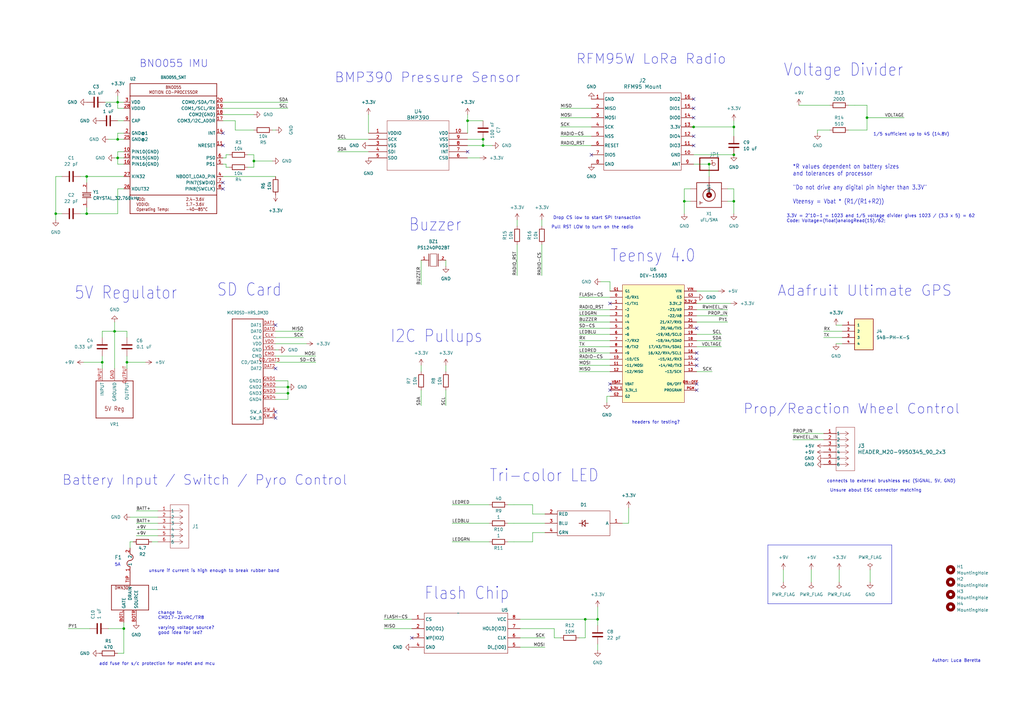
<source format=kicad_sch>
(kicad_sch (version 20230121) (generator eeschema)
  (paper "A3")
  (junction (at 290.83 67.31))
  (junction (at 48.26 64.77))
  (junction (at 46.99 135.89))
  (junction (at 22.86 87.63))
  (junction (at 300.99 63.5))
  (junction (at 48.26 57.15))
  (junction (at 50.8 257.81))
  (junction (at 245.11 254))
  (junction (at 240.03 254))
  (junction (at 191.77 49.53))
  (junction (at 118.11 161.29))
  (junction (at 104.14 66.04))
  (junction (at 300.99 82.55))
  (junction (at 198.12 57.15))
  (junction (at 280.67 82.55))
  (junction (at 198.12 59.69))
  (junction (at 355.6 48.26))
  (junction (at 35.56 87.63))
  (junction (at 118.11 158.75))
  (junction (at 52.07 148.59))
  (junction (at 48.26 41.91))
  (junction (at 35.56 72.39))
  (junction (at 284.48 52.07))
  (junction (at 41.91 148.59))
  (junction (at 300.99 52.07))
  (no_connect (at 250.19 157.48))
  (no_connect (at 285.75 147.32))
  (no_connect (at 284.48 40.64))
  (no_connect (at 91.44 74.93))
  (no_connect (at 191.77 62.23))
  (no_connect (at 285.75 134.62))
  (no_connect (at 91.44 77.47))
  (no_connect (at 113.03 133.35))
  (no_connect (at 284.48 55.88))
  (no_connect (at 91.44 54.61))
  (no_connect (at 285.75 149.86))
  (no_connect (at 168.91 261.62))
  (no_connect (at 284.48 59.69))
  (no_connect (at 113.03 171.45))
  (no_connect (at 91.44 59.69))
  (no_connect (at 449.58 92.71))
  (no_connect (at 285.75 157.48))
  (no_connect (at 284.48 44.45))
  (no_connect (at 284.48 48.26))
  (no_connect (at 113.03 168.91))
  (no_connect (at 285.75 144.78))
  (no_connect (at 113.03 151.13))
  (no_connect (at 250.19 160.02))
  (no_connect (at 285.75 160.02))
  (no_connect (at 250.19 124.46))
  (no_connect (at 242.57 63.5))
  (wire (pts (xy 52.07 148.59) (xy 52.07 151.13)))
  (wire (pts (xy 52.07 135.89) (xy 46.99 135.89)))
  (wire (pts (xy 48.26 64.77) (xy 50.8 64.77)))
  (wire (pts (xy 55.88 209.55) (xy 64.77 209.55)))
  (wire (pts (xy 35.56 85.09) (xy 35.56 87.63)))
  (wire (pts (xy 113.03 161.29) (xy 118.11 161.29)))
  (wire (pts (xy 35.56 85.09) (xy 35.56 87.63)) (stroke (width 0.1524)))
  (wire (pts (xy 208.28 207.01) (xy 210.82 207.01)))
  (wire (pts (xy 298.45 77.47) (xy 300.99 77.47)) (stroke (width 0.1524)))
  (wire (pts (xy 229.87 55.88) (xy 242.57 55.88)))
  (wire (pts (xy 237.49 127) (xy 250.19 127)))
  (wire (pts (xy 218.44 210.82) (xy 223.52 210.82)) (stroke (width 0.1524)))
  (wire (pts (xy 350.52 43.18) (xy 355.6 43.18)) (stroke (width 0.1524)))
  (wire (pts (xy 172.72 166.37) (xy 172.72 162.56)) (stroke (width 0.1524)))
  (wire (pts (xy 25.4 87.63) (xy 22.86 87.63)) (stroke (width 0.1524)))
  (wire (pts (xy 335.28 53.34) (xy 335.28 54.61)) (stroke (width 0.1524)))
  (wire (pts (xy 182.88 106.68) (xy 182.88 109.22)) (stroke (width 0.1524)))
  (wire (pts (xy 129.54 148.59) (xy 113.03 148.59)))
  (wire (pts (xy 298.45 82.55) (xy 300.99 82.55)) (stroke (width 0.1524)))
  (wire (pts (xy 229.87 59.69) (xy 242.57 59.69)))
  (wire (pts (xy 92.71 68.58) (xy 93.98 68.58)))
  (wire (pts (xy 64.77 222.25) (xy 62.23 222.25)))
  (wire (pts (xy 280.67 82.55) (xy 280.67 87.63)) (stroke (width 0.1524)))
  (wire (pts (xy 248.92 162.56) (xy 250.19 162.56)))
  (wire (pts (xy 356.87 233.68) (xy 356.87 238.76)))
  (wire (pts (xy 52.07 146.05) (xy 52.07 148.59)))
  (wire (pts (xy 111.76 53.34) (xy 113.03 53.34)))
  (wire (pts (xy 295.91 139.7) (xy 285.75 139.7)))
  (wire (pts (xy 124.46 135.89) (xy 113.03 135.89)))
  (wire (pts (xy 218.44 207.01) (xy 218.44 210.82)) (stroke (width 0.1524)))
  (wire (pts (xy 212.09 113.03) (xy 212.09 100.33)))
  (wire (pts (xy 185.42 214.63) (xy 200.66 214.63)) (stroke (width 0.1524)))
  (wire (pts (xy 96.52 53.34) (xy 96.52 49.53)))
  (wire (pts (xy 118.11 163.83) (xy 113.03 163.83)))
  (wire (pts (xy 300.99 77.47) (xy 300.99 82.55)) (stroke (width 0.1524)))
  (wire (pts (xy 92.71 64.77) (xy 91.44 64.77)))
  (wire (pts (xy 172.72 160.02) (xy 172.72 162.56)))
  (wire (pts (xy 53.34 212.09) (xy 64.77 212.09)))
  (polyline (pts (xy 314.96 223.52) (xy 365.76 223.52)))
  (wire (pts (xy 213.36 257.81) (xy 227.33 257.81)))
  (wire (pts (xy 237.49 132.08) (xy 250.19 132.08)))
  (wire (pts (xy 92.71 63.5) (xy 92.71 64.77)))
  (wire (pts (xy 22.86 72.39) (xy 25.4 72.39)))
  (wire (pts (xy 298.45 132.08) (xy 285.75 132.08)))
  (wire (pts (xy 41.91 135.89) (xy 46.99 135.89)))
  (wire (pts (xy 342.9 133.35) (xy 345.44 133.35)))
  (wire (pts (xy 208.28 222.25) (xy 210.82 222.25)))
  (wire (pts (xy 237.49 134.62) (xy 250.19 134.62)))
  (polyline (pts (xy 365.76 223.52) (xy 365.76 247.65)))
  (wire (pts (xy 55.88 217.17) (xy 64.77 217.17)))
  (wire (pts (xy 299.72 124.46) (xy 285.75 124.46)))
  (wire (pts (xy 55.88 219.71) (xy 64.77 219.71)))
  (wire (pts (xy 325.12 177.8) (xy 337.82 177.8)))
  (wire (pts (xy 113.03 156.21) (xy 118.11 156.21)))
  (wire (pts (xy 355.6 43.18) (xy 355.6 48.26)) (stroke (width 0.1524)))
  (wire (pts (xy 229.87 52.07) (xy 242.57 52.07)))
  (wire (pts (xy 342.9 140.97) (xy 345.44 140.97)))
  (wire (pts (xy 33.02 72.39) (xy 35.56 72.39)))
  (wire (pts (xy 218.44 218.44) (xy 223.52 218.44)) (stroke (width 0.1524)))
  (wire (pts (xy 35.56 87.63) (xy 48.26 87.63)))
  (wire (pts (xy 237.49 149.86) (xy 250.19 149.86)))
  (wire (pts (xy 284.48 52.07) (xy 300.99 52.07)))
  (wire (pts (xy 185.42 222.25) (xy 200.66 222.25)) (stroke (width 0.1524)))
  (wire (pts (xy 34.29 148.59) (xy 41.91 148.59)))
  (wire (pts (xy 223.52 261.62) (xy 213.36 261.62)))
  (wire (pts (xy 182.88 152.4) (xy 182.88 149.86)) (stroke (width 0.1524)))
  (wire (pts (xy 46.99 64.77) (xy 48.26 64.77)))
  (wire (pts (xy 118.11 158.75) (xy 118.11 161.29)))
  (wire (pts (xy 48.26 54.61) (xy 48.26 57.15)))
  (wire (pts (xy 191.77 59.69) (xy 198.12 59.69)))
  (wire (pts (xy 157.48 257.81) (xy 168.91 257.81)))
  (wire (pts (xy 48.26 41.91) (xy 48.26 44.45)) (stroke (width 0.1524)))
  (wire (pts (xy 337.82 135.89) (xy 345.44 135.89)))
  (wire (pts (xy 22.86 72.39) (xy 22.86 87.63)) (stroke (width 0.1524)))
  (wire (pts (xy 92.71 67.31) (xy 91.44 67.31)))
  (wire (pts (xy 300.99 49.53) (xy 300.99 52.07)))
  (wire (pts (xy 35.56 72.39) (xy 50.8 72.39)))
  (wire (pts (xy 55.88 214.63) (xy 64.77 214.63)))
  (wire (pts (xy 124.46 138.43) (xy 113.03 138.43)))
  (wire (pts (xy 283.21 52.07) (xy 284.48 52.07)))
  (wire (pts (xy 212.09 90.17) (xy 212.09 92.71)))
  (wire (pts (xy 53.34 222.25) (xy 53.34 224.79)))
  (wire (pts (xy 237.49 129.54) (xy 250.19 129.54)))
  (wire (pts (xy 48.26 39.37) (xy 48.26 41.91)) (stroke (width 0.1524)))
  (wire (pts (xy 246.38 115.57) (xy 250.19 115.57)))
  (wire (pts (xy 245.11 248.92) (xy 245.11 254)))
  (wire (pts (xy 237.49 137.16) (xy 250.19 137.16)))
  (wire (pts (xy 50.8 54.61) (xy 48.26 54.61)))
  (wire (pts (xy 46.99 135.89) (xy 46.99 151.13)))
  (wire (pts (xy 48.26 49.53) (xy 50.8 49.53)))
  (wire (pts (xy 237.49 139.7) (xy 250.19 139.7)))
  (wire (pts (xy 240.03 254) (xy 245.11 254)) (stroke (width 0.1524)))
  (wire (pts (xy 50.8 257.81) (xy 50.8 267.97)))
  (wire (pts (xy 50.8 67.31) (xy 48.26 67.31)))
  (wire (pts (xy 191.77 49.53) (xy 198.12 49.53)))
  (wire (pts (xy 227.33 261.62) (xy 227.33 257.81)))
  (wire (pts (xy 237.49 144.78) (xy 250.19 144.78)))
  (wire (pts (xy 210.82 214.63) (xy 223.52 214.63)) (stroke (width 0.1524)))
  (wire (pts (xy 104.14 46.99) (xy 91.44 46.99)))
  (wire (pts (xy 104.14 63.5) (xy 104.14 66.04)))
  (wire (pts (xy 48.26 57.15) (xy 50.8 57.15)))
  (wire (pts (xy 118.11 161.29) (xy 118.11 163.83)))
  (polyline (pts (xy 314.96 247.65) (xy 314.96 223.52)))
  (wire (pts (xy 325.12 180.34) (xy 337.82 180.34)))
  (wire (pts (xy 240.03 261.62) (xy 240.03 254)) (stroke (width 0.1524)))
  (wire (pts (xy 118.11 156.21) (xy 118.11 158.75)))
  (wire (pts (xy 113.03 158.75) (xy 118.11 158.75)))
  (wire (pts (xy 347.98 53.34) (xy 355.6 53.34)))
  (wire (pts (xy 300.99 52.07) (xy 300.99 55.88)))
  (wire (pts (xy 237.49 147.32) (xy 250.19 147.32)))
  (wire (pts (xy 337.82 138.43) (xy 345.44 138.43)))
  (wire (pts (xy 294.64 119.38) (xy 285.75 119.38)))
  (wire (pts (xy 118.11 41.91) (xy 91.44 41.91)))
  (wire (pts (xy 210.82 207.01) (xy 218.44 207.01)) (stroke (width 0.1524)))
  (wire (pts (xy 50.8 44.45) (xy 48.26 44.45)) (stroke (width 0.1524)))
  (wire (pts (xy 208.28 214.63) (xy 210.82 214.63)))
  (wire (pts (xy 35.56 74.93) (xy 35.56 72.39)) (stroke (width 0.1524)))
  (wire (pts (xy 52.07 148.59) (xy 59.69 148.59)))
  (wire (pts (xy 198.12 59.69) (xy 198.12 57.15)))
  (wire (pts (xy 198.12 57.15) (xy 191.77 57.15)))
  (wire (pts (xy 210.82 222.25) (xy 218.44 222.25)) (stroke (width 0.1524)))
  (wire (pts (xy 227.33 261.62) (xy 229.87 261.62)))
  (wire (pts (xy 237.49 121.92) (xy 250.19 121.92)))
  (wire (pts (xy 43.18 41.91) (xy 48.26 41.91)) (stroke (width 0.1524)))
  (wire (pts (xy 344.17 233.68) (xy 344.17 238.76)))
  (wire (pts (xy 104.14 66.04) (xy 104.14 68.58)))
  (wire (pts (xy 201.93 59.69) (xy 198.12 59.69)))
  (wire (pts (xy 298.45 129.54) (xy 285.75 129.54)))
  (wire (pts (xy 125.73 140.97) (xy 113.03 140.97)))
  (wire (pts (xy 185.42 207.01) (xy 200.66 207.01)) (stroke (width 0.1524)))
  (wire (pts (xy 157.48 254) (xy 168.91 254)))
  (wire (pts (xy 292.1 152.4) (xy 285.75 152.4)))
  (wire (pts (xy 54.61 222.25) (xy 53.34 222.25)))
  (wire (pts (xy 237.49 152.4) (xy 250.19 152.4)))
  (wire (pts (xy 33.02 87.63) (xy 35.56 87.63)) (stroke (width 0.1524)))
  (wire (pts (xy 223.52 265.43) (xy 213.36 265.43)))
  (wire (pts (xy 191.77 49.53) (xy 191.77 54.61)))
  (wire (pts (xy 321.31 238.76) (xy 321.31 233.68)))
  (wire (pts (xy 22.86 87.63) (xy 22.86 90.17)) (stroke (width 0.1524)))
  (wire (pts (xy 48.26 64.77) (xy 48.26 67.31)))
  (wire (pts (xy 222.25 113.03) (xy 222.25 100.33)))
  (wire (pts (xy 283.21 82.55) (xy 280.67 82.55)) (stroke (width 0.1524)))
  (wire (pts (xy 48.26 62.23) (xy 48.26 64.77)))
  (wire (pts (xy 298.45 127) (xy 285.75 127)))
  (wire (pts (xy 355.6 48.26) (xy 355.6 53.34)) (stroke (width 0.1524)))
  (wire (pts (xy 104.14 53.34) (xy 96.52 53.34)))
  (wire (pts (xy 283.21 77.47) (xy 280.67 77.47)) (stroke (width 0.1524)))
  (wire (pts (xy 138.43 62.23) (xy 151.13 62.23)))
  (wire (pts (xy 340.36 53.34) (xy 335.28 53.34)) (stroke (width 0.1524)))
  (wire (pts (xy 327.66 43.18) (xy 340.36 43.18)) (stroke (width 0.1524)))
  (wire (pts (xy 44.45 257.81) (xy 50.8 257.81)))
  (wire (pts (xy 355.6 48.26) (xy 370.84 48.26)) (stroke (width 0.1524)))
  (wire (pts (xy 172.72 152.4) (xy 172.72 149.86)) (stroke (width 0.1524)))
  (wire (pts (xy 41.91 146.05) (xy 41.91 148.59)))
  (wire (pts (xy 222.25 90.17) (xy 222.25 92.71)))
  (wire (pts (xy 44.45 57.15) (xy 48.26 57.15)))
  (wire (pts (xy 300.99 63.5) (xy 284.48 63.5)))
  (wire (pts (xy 92.71 68.58) (xy 92.71 67.31)))
  (wire (pts (xy 172.72 106.68) (xy 172.72 116.84)) (stroke (width 0.1524)))
  (wire (pts (xy 300.99 82.55) (xy 300.99 87.63)) (stroke (width 0.1524)))
  (wire (pts (xy 41.91 148.59) (xy 41.91 151.13)))
  (wire (pts (xy 248.92 165.1) (xy 248.92 162.56)))
  (wire (pts (xy 151.13 46.99) (xy 151.13 54.61)))
  (wire (pts (xy 196.85 64.77) (xy 191.77 64.77)))
  (wire (pts (xy 27.94 257.81) (xy 36.83 257.81)))
  (wire (pts (xy 237.49 261.62) (xy 240.03 261.62)) (stroke (width 0.1524)))
  (wire (pts (xy 284.48 67.31) (xy 290.83 67.31)))
  (wire (pts (xy 104.14 66.04) (xy 111.76 66.04)))
  (wire (pts (xy 96.52 49.53) (xy 91.44 49.53)))
  (wire (pts (xy 46.99 132.08) (xy 46.99 135.89)))
  (wire (pts (xy 104.14 68.58) (xy 101.6 68.58)))
  (wire (pts (xy 50.8 255.27) (xy 50.8 257.81)))
  (wire (pts (xy 213.36 254) (xy 240.03 254)) (stroke (width 0.1524)))
  (wire (pts (xy 101.6 63.5) (xy 104.14 63.5)))
  (wire (pts (xy 245.11 266.7) (xy 245.11 264.16)))
  (wire (pts (xy 50.8 267.97) (xy 48.26 267.97)))
  (wire (pts (xy 48.26 77.47) (xy 48.26 87.63)) (stroke (width 0.1524)))
  (wire (pts (xy 245.11 254) (xy 245.11 256.54)) (stroke (width 0.1524)))
  (wire (pts (xy 229.87 48.26) (xy 242.57 48.26)))
  (wire (pts (xy 332.74 238.76) (xy 332.74 233.68)))
  (wire (pts (xy 257.81 208.28) (xy 257.81 214.63)))
  (wire (pts (xy 295.91 137.16) (xy 285.75 137.16)))
  (wire (pts (xy 48.26 77.47) (xy 50.8 77.47)) (stroke (width 0.1524)))
  (wire (pts (xy 295.91 142.24) (xy 285.75 142.24)))
  (wire (pts (xy 93.98 63.5) (xy 92.71 63.5)))
  (wire (pts (xy 52.07 138.43) (xy 52.07 135.89)))
  (wire (pts (xy 347.98 43.18) (xy 350.52 43.18)))
  (wire (pts (xy 290.83 67.31) (xy 290.83 72.39)))
  (wire (pts (xy 41.91 138.43) (xy 41.91 135.89)))
  (polyline (pts (xy 314.96 247.65) (xy 365.76 247.65)))
  (wire (pts (xy 257.81 214.63) (xy 255.27 214.63)))
  (wire (pts (xy 191.77 46.99) (xy 191.77 49.53)))
  (wire (pts (xy 114.3 143.51) (xy 113.03 143.51)))
  (wire (pts (xy 50.8 62.23) (xy 48.26 62.23)))
  (wire (pts (xy 237.49 142.24) (xy 250.19 142.24)))
  (wire (pts (xy 229.87 44.45) (xy 242.57 44.45)))
  (wire (pts (xy 280.67 77.47) (xy 280.67 82.55)) (stroke (width 0.1524)))
  (wire (pts (xy 218.44 222.25) (xy 218.44 218.44)) (stroke (width 0.1524)))
  (wire (pts (xy 138.43 57.15) (xy 151.13 57.15)))
  (wire (pts (xy 118.11 44.45) (xy 91.44 44.45)))
  (wire (pts (xy 182.88 160.02) (xy 182.88 166.37)))
  (wire (pts (xy 250.19 115.57) (xy 250.19 119.38)))
  (wire (pts (xy 91.44 72.39) (xy 113.03 72.39)))
  (wire (pts (xy 50.8 41.91) (xy 48.26 41.91)) (stroke (width 0.1524)))
  (wire (pts (xy 129.54 146.05) (xy 113.03 146.05)))
  (text "1/5 sufficient up to 4S (14.8V)" (at 358.14 55.88 0) (effects (font (size 1.27 1.27)) (justify left bottom)))
  (text "5A" (at 46.99 232.41 0) (effects (font (size 1.27 1.27)) (justify left bottom)))
  (text "headers for testing?" (at 259.08 173.99 0) (effects (font (size 1.27 1.27)) (justify left bottom)))
  (text "*R values dependent on battery sizes \nand tolerances of processor\n\n\"Do not drive any digital pin higher than 3.3V\"\n\nVteensy = Vbat * (R1/(R1+R2))" (at 325.12 83.82 0) (effects (font (size 1.778 1.5113)) (justify left bottom)))
  (text "Flash Chip" (at 173.99 246.38 0) (effects (font (size 5.08 4.318)) (justify left bottom)))
  (text "BMP390 Pressure Sensor" (at 137.16 34.29 0) (effects (font (size 4 4)) (justify left bottom)))
  (text "Teensy 4.0" (at 250.19 107.95 0) (effects (font (size 5.08 4.318)) (justify left bottom)))
  (text "add fuse for s/c protection for mosfet and mcu" (at 40.64 273.05 0) (effects (font (size 1.27 1.27)) (justify left bottom)))
  (text "Author: Luca Beretta" (at 382.27 271.78 0) (effects (font (size 1.27 1.27)) (justify left bottom)))
  (text "Battery Input / Switch / Pyro Control" (at 25.4 199.39 0) (effects (font (size 4 4)) (justify left bottom)))
  (text "Buzzer" (at 167.64 95.25 0) (effects (font (size 5.08 4.318)) (justify left bottom)))
  (text "SD Card" (at 88.9 121.92 0) (effects (font (size 5.08 4.318)) (justify left bottom)))
  (text "Drop CS low to start SPI transaction" (at 262.89 90.17 0) (effects (font (size 1.27 1.27)) (justify right bottom)))
  (text "connects to external brushless esc (SIGNAL, 5V, GND)\n" (at 339.09 198.12 0) (effects (font (size 1.27 1.27)) (justify left bottom)))
  (text "3.3V = 2^10-1 = 1023 and 1/5 voltage divider gives 1023 / (3.3 x 5) = 62\nCode: Voltage=(float)analogRead(15)/62;" (at 322.58 91.44 0) (effects (font (size 1.27 1.27)) (justify left bottom)))
  (text "Prop/Reaction Wheel Control" (at 304.8 170.18 0) (effects (font (size 4 4)) (justify left bottom)))
  (text "5V Regulator" (at 30.48 123.19 0) (effects (font (size 5.08 4.318)) (justify left bottom)))
  (text "BNO055 IMU\n" (at 57.15 27.94 0) (effects (font (size 3 3)) (justify left bottom)))
  (text "RFM95W LoRa Radio" (at 236.22 26.67 0) (effects (font (size 4 4)) (justify left bottom)))
  (text "Unsure about ESC connector matching" (at 340.36 201.93 0) (effects (font (size 1.27 1.27)) (justify left bottom)))
  (text "change to	\nCMD17-21VRC/TR8\n\nvarying voltage source? \ngood idea for led?" (at 64.77 260.35 0) (effects (font (size 1.27 1.27)) (justify left bottom)))
  (text "Pull RST LOW to turn on the radio" (at 226.06 93.98 0) (effects (font (size 1.27 1.27)) (justify left bottom)))
  (text "Adafruit Ultimate GPS \n" (at 318.77 121.92 0) (effects (font (size 4.318 4.318)) (justify left bottom)))
  (text "Voltage Divider" (at 321.31 31.75 0) (effects (font (size 5.08 4.318)) (justify left bottom)))
  (text "unsure if current is high enough to break rubber band" (at 60.96 234.95 0) (effects (font (size 1.27 1.27)) (justify left bottom)))
  (text "I2C Pullups" (at 160.02 140.97 0) (effects (font (size 5.08 4.318)) (justify left bottom)))
  (text "Tri-color LED" (at 200.66 198.12 0) (effects (font (size 5.08 4.318)) (justify left bottom)))
  (label "SDA" (at 295.91 139.7 180))
  (label "MISO" (at 229.87 44.45 0) (effects (font (size 1.2446 1.2446))))
  (label "SCK" (at 223.52 261.62 180) (effects (font (size 1.2446 1.2446))))
  (label "LEDGRN" (at 185.42 222.25 0) (effects (font (size 1.2446 1.2446))))
  (label "RADIO-CS" (at 229.87 55.88 0) (effects (font (size 1.2446 1.2446))))
  (label "RADIO_RST" (at 212.09 113.03 90) (effects (font (size 1.2446 1.2446))))
  (label "VOLTAGE" (at 370.84 48.26 180) (effects (font (size 1.2446 1.2446))))
  (label "PY1" (at 27.94 257.81 0))
  (label "+9V" (at 55.88 219.71 0) (effects (font (size 1.2446 1.2446))))
  (label "BATT+" (at 55.88 209.55 0) (effects (font (size 1.2446 1.2446))))
  (label "TX" (at 237.49 142.24 0))
  (label "BATT+" (at 55.88 214.63 0) (effects (font (size 1.2446 1.2446))))
  (label "RADIO-CS" (at 222.25 113.03 90) (effects (font (size 1.2446 1.2446))))
  (label "TX" (at 337.82 138.43 0) (effects (font (size 1.2446 1.2446))))
  (label "MOSI" (at 223.52 265.43 180) (effects (font (size 1.2446 1.2446))))
  (label "BUZZER" (at 172.72 116.84 90) (effects (font (size 1.2446 1.2446))))
  (label "LEDRED" (at 237.49 144.78 0) (effects (font (size 1.2446 1.2446))))
  (label "PROP_IN" (at 325.12 177.8 0))
  (label "RWHEEL_IN" (at 298.45 127 180))
  (label "SDA" (at 138.43 62.23 0) (effects (font (size 1.2446 1.2446))))
  (label "PY1" (at 298.45 132.08 180))
  (label "FLASH-CS" (at 237.49 121.92 0))
  (label "MOSI" (at 129.54 146.05 180) (effects (font (size 1.2446 1.2446))))
  (label "MISO" (at 124.46 135.89 180))
  (label "RADIO_RST" (at 237.49 127 0))
  (label "SCK" (at 229.87 52.07 0) (effects (font (size 1.2446 1.2446))))
  (label "VOLTAGE" (at 295.91 142.24 180))
  (label "SD-CS" (at 129.54 148.59 180) (effects (font (size 1.2446 1.2446))))
  (label "+9V" (at 55.88 217.17 0) (effects (font (size 1.2446 1.2446))))
  (label "MISO" (at 237.49 152.4 0))
  (label "LEDGRN" (at 237.49 129.54 0) (effects (font (size 1.2446 1.2446))))
  (label "SCL" (at 138.43 57.15 0) (effects (font (size 1.2446 1.2446))))
  (label "LEDRED" (at 185.42 207.01 0) (effects (font (size 1.2446 1.2446))))
  (label "FLASH-CS" (at 157.48 254 0) (effects (font (size 1.2446 1.2446))))
  (label "SCL" (at 182.88 166.37 90) (effects (font (size 1.2446 1.2446))))
  (label "RWHEEL_IN" (at 325.12 180.34 0))
  (label "LEDBLU" (at 185.42 214.63 0) (effects (font (size 1.2446 1.2446))))
  (label "RX" (at 237.49 139.7 0))
  (label "LEDBLU" (at 237.49 137.16 0) (effects (font (size 1.2446 1.2446))))
  (label "RADIO-CS" (at 237.49 147.32 0))
  (label "SCK" (at 292.1 152.4 180))
  (label "MOSI" (at 229.87 48.26 0) (effects (font (size 1.2446 1.2446))))
  (label "MISO" (at 157.48 257.81 0) (effects (font (size 1.2446 1.2446))))
  (label "SD-CS" (at 237.49 134.62 0) (effects (font (size 1.2446 1.2446))))
  (label "PROP_IN" (at 298.45 129.54 180))
  (label "SCK" (at 124.46 138.43 180))
  (label "SCL" (at 118.11 44.45 180) (effects (font (size 1.2446 1.2446))))
  (label "SCL" (at 295.91 137.16 180))
  (label "SDA" (at 118.11 41.91 180) (effects (font (size 1.2446 1.2446))))
  (label "SDA" (at 172.72 166.37 90) (effects (font (size 1.2446 1.2446))))
  (label "MOSI" (at 237.49 149.86 0))
  (label "BUZZER" (at 237.49 132.08 0) (effects (font (size 1.2446 1.2446))))
  (label "RADIO_RST" (at 229.87 59.69 0) (effects (font (size 1.2446 1.2446))))
  (label "RX" (at 337.82 135.89 0) (effects (font (size 1.2446 1.2446))))
  (symbol (lib_id "power:+3.3V") (at 113.03 80.01 180) (unit 1)
    (property "Reference" "#PWR016" (effects hide))
    (property "Value" "+3.3V" (at 113.03 86.36 0))
  )
  (symbol (lib_id "Device:R") (at 212.09 96.52 0) (unit 1)
    (property "Reference" "R15" (at 207.01 96.52 90))
    (property "Value" "10k" (at 209.55 96.52 90))
    (property "Footprint" "CustomFootprintLib:0805-NO-Resistor" (effects hide))
  )
  (symbol (lib_id "power:GND") (at 55.88 255.27 0) (unit 1)
    (property "Reference" "#PWR011" (effects hide))
    (property "Value" "GND" (at 55.88 260.35 0))
  )
  (symbol (lib_id "power:GND") (at 300.99 63.5 0) (mirror y) (unit 1)
    (property "Reference" "#PWR043" (effects hide))
    (property "Value" "GND" (at 300.99 68.58 0))
  )
  (symbol (lib_id "power:+5V") (at 59.69 148.59 270) (unit 1)
    (property "Reference" "#PWR012" (effects hide))
    (property "Value" "+5V" (at 63.5 148.59 90) (effects (justify left)))
  )
  (symbol (lib_id "power:+3.3V") (at 196.85 64.77 270) (unit 1)
    (property "Reference" "#PWR027" (effects hide))
    (property "Value" "+3.3V" (at 200.66 64.77 90) (effects (justify left)))
  )
  (symbol (lib_id "Device:C") (at 245.11 260.35 0) (unit 1)
    (property "Reference" "C8" (at 248.92 259.08 0) (effects (justify left)))
    (property "Value" "22 pF" (at 248.92 261.62 0) (effects (justify left)))
    (property "Footprint" "CustomFootprintLib:0805-NO (Capacitor)" (effects hide))
  )
  (symbol (lib_id "CustomComponents:HEADER-1X1ROUND") (at 293.37 67.31 0) (unit 1)
    (property "Reference" "JP1" (at 290.83 63.5 0) (effects (font (size 1.778 1.5113)) (justify left)))
    (property "Value" "HEADER-1X1ROUND" (effects hide))
    (property "Footprint" "CustomFootprintLib:1X01_ROUND" (effects hide))
  )
  (symbol (lib_id "Mechanical:MountingHole") (at 389.89 248.92 0) (unit 1)
    (property "Reference" "H4" (at 392.43 247.65 0) (effects (justify left)))
    (property "Value" "MountingHole" (at 392.43 250.19 0) (effects (justify left)))
    (property "Footprint" "MountingHole:MountingHole_3.5mm" (effects hide))
  )
  (symbol (lib_id "power:GND") (at 285.75 121.92 90) (unit 1)
    (property "Reference" "#PWR039" (effects hide))
    (property "Value" "GND" (at 289.56 121.92 90) (effects (justify right)))
  )
  (symbol (lib_id "Device:C") (at 300.99 59.69 180) (unit 1)
    (property "Reference" "C9" (at 304.8 58.42 0) (effects (justify right)))
    (property "Value" "10 uF" (at 304.8 60.96 0) (effects (justify right)))
    (property "Footprint" "CustomFootprintLib:0805-NO (Capacitor)" (effects hide))
  )
  (symbol (lib_id "power:GND") (at 35.56 41.91 270) (unit 1)
    (property "Reference" "#PWR03" (effects hide))
    (property "Value" "GND" (at 31.75 41.91 90) (effects (justify right)))
  )
  (symbol (lib_id "power:GND") (at 245.11 266.7 0) (unit 1)
    (property "Reference" "#PWR034" (effects hide))
    (property "Value" "GND" (at 245.11 271.78 0))
  )
  (symbol (lib_id "power:GND") (at 111.76 66.04 90) (unit 1)
    (property "Reference" "#PWR014" (effects hide))
    (property "Value" "GND" (at 115.57 66.04 90) (effects (justify right)))
  )
  (symbol (lib_id "Device:R") (at 44.45 267.97 90) (unit 1)
    (property "Reference" "R1" (at 44.45 262.89 90))
    (property "Value" "470" (at 44.45 265.43 90))
    (property "Footprint" "CustomFootprintLib:0805-NO-Resistor" (effects hide))
  )
  (symbol (lib_id "Device:C") (at 52.07 142.24 0) (unit 1)
    (property "Reference" "C6" (at 55.88 139.7 0) (effects (justify left)))
    (property "Value" "0.1 uF" (at 55.88 142.24 0) (effects (justify left)))
    (property "Footprint" "CustomFootprintLib:0805-NO (Capacitor)" (effects hide))
  )
  (symbol (lib_id "power:+3.3V") (at 257.81 208.28 0) (unit 1)
    (property "Reference" "#PWR037" (effects hide))
    (property "Value" "+3.3V" (at 257.81 203.2 0))
  )
  (symbol (lib_id "power:GND") (at 44.45 57.15 270) (unit 1)
    (property "Reference" "#PWR06" (effects hide))
    (property "Value" "GND" (at 40.64 57.15 90) (effects (justify right)))
  )
  (symbol (lib_id "CustomComponents:Diffused_RGB_(tri-color)_LED_-_Common_Anode") (at 228.6 200.66 0) (unit 1)
    (property "Reference" "D1" (at 239.395 207.01 0))
    (property "Value" "TRI-COLOR LED" (effects hide))
    (property "Footprint" "CustomFootprintLib:LED_D5.0mm-4_RGB" (effects hide))
  )
  (symbol (lib_id "Device:R") (at 182.88 156.21 180) (unit 1)
    (property "Reference" "R8" (at 177.8 156.21 90))
    (property "Value" "10k" (at 180.34 156.21 90))
    (property "Footprint" "CustomFootprintLib:0805-NO-Resistor" (effects hide))
  )
  (symbol (lib_id "power:+5V") (at 294.64 119.38 270) (unit 1)
    (property "Reference" "#PWR040" (effects hide))
    (property "Value" "+5V" (at 298.45 119.38 90) (effects (justify left)))
  )
  (symbol (lib_id "CustomComponents:S4B-PH-K-S_LF__SN_") (at 353.06 135.89 0) (unit 1)
    (property "Reference" "J4" (at 359.41 135.89 0) (effects (justify left)))
    (property "Value" "S4B-PH-K-S" (at 359.41 138.43 0) (effects (justify left)))
    (property "Footprint" "CustomFootprintLib:JST_S4B-PH-K-S_LF__SN_" (effects hide))
    (property "Datasheet" "https://www.jst-mfg.com/product/pdf/eng/ePH.pdf" (effects hide))
    (property "STANDARD" "Manufacturer Recommendation" (effects hide))
    (property "MANUFACTURER" "JST" (effects hide))
  )
  (symbol (lib_id "power:PWR_FLAG") (at 321.31 238.76 0) (mirror x) (unit 1)
    (property "Reference" "#FLG01" (effects hide))
    (property "Value" "PWR_FLAG" (at 321.31 243.84 0))
  )
  (symbol (lib_id "Mechanical:MountingHole") (at 389.89 233.68 0) (unit 1)
    (property "Reference" "H1" (at 392.43 232.41 0) (effects (justify left)))
    (property "Value" "MountingHole" (at 392.43 234.95 0) (effects (justify left)))
    (property "Footprint" "MountingHole:MountingHole_3.5mm" (effects hide))
  )
  (symbol (lib_id "Device:C") (at 29.21 87.63 90) (unit 1)
    (property "Reference" "C2" (at 29.21 80.01 90))
    (property "Value" "22 pF" (at 29.21 82.55 90))
    (property "Footprint" "CustomFootprintLib:0805-NO (Capacitor)" (effects hide))
  )
  (symbol (lib_id "power:GND") (at 113.03 53.34 90) (unit 1)
    (property "Reference" "#PWR015" (effects hide))
    (property "Value" "GND" (at 119.38 53.34 0))
  )
  (symbol (lib_id "power:PWR_FLAG") (at 344.17 238.76 0) (mirror x) (unit 1)
    (property "Reference" "#FLG03" (effects hide))
    (property "Value" "PWR_FLAG" (at 344.17 243.84 0))
  )
  (symbol (lib_id "power:GND") (at 182.88 109.22 0) (unit 1)
    (property "Reference" "#PWR023" (effects hide))
    (property "Value" "GND" (at 182.88 114.3 0))
  )
  (symbol (lib_id "Device:R") (at 344.17 53.34 90) (unit 1)
    (property "Reference" "R14" (at 344.17 48.26 90))
    (property "Value" "510" (at 344.17 50.8 90))
    (property "Footprint" "CustomFootprintLib:0805-NO-Resistor" (effects hide))
  )
  (symbol (lib_id "Device:R") (at 58.42 222.25 270) (unit 1)
    (property "Reference" "R2" (at 58.42 227.33 90))
    (property "Value" "4.7" (at 58.42 224.79 90))
    (property "Footprint" "CustomFootprintLib:0805-NO-Resistor" (effects hide))
  )
  (symbol (lib_id "Device:C") (at 40.64 257.81 90) (unit 1)
    (property "Reference" "C10" (at 38.1 254 0) (effects (justify left)))
    (property "Value" "1 uF" (at 40.64 254 0) (effects (justify left)))
    (property "Footprint" "CustomFootprintLib:0805-NO (Capacitor)" (effects hide))
  )
  (symbol (lib_id "CustomComponents:BMP390") (at 151.13 54.61 0) (unit 1)
    (property "Reference" "U4" (at 171.45 45.72 0) (effects (font (size 1.524 1.524))))
    (property "Value" "BMP390" (at 171.45 48.26 0) (effects (font (size 1.524 1.524))))
    (property "Footprint" "CustomFootprintLib:LGA10_BMP390_BOS" (effects hide))
    (property "Datasheet" "BMP390" (effects hide))
  )
  (symbol (lib_id "power:GND") (at 300.99 87.63 0) (mirror y) (unit 1)
    (property "Reference" "#PWR044" (effects hide))
    (property "Value" "GND" (at 300.99 92.71 0))
  )
  (symbol (lib_id "Device:C") (at 39.37 41.91 90) (unit 1)
    (property "Reference" "C3" (at 39.37 35.56 90))
    (property "Value" "0.1 uF" (at 39.37 38.1 90))
    (property "Footprint" "CustomFootprintLib:0805-NO (Capacitor)" (effects hide))
  )
  (symbol (lib_id "CustomComponents:PS1240P02BT") (at 177.8 106.68 0) (unit 1)
    (property "Reference" "BZ1" (at 177.8 99.06 0))
    (property "Value" "PS1240P02BT" (at 177.8 101.6 0))
    (property "Footprint" "CustomFootprintLib:BUZZER_XDCR_PS1240P02BT" (effects hide))
    (property "MF" "TDK" (effects hide))
    (property "MAXIMUM_PACKAGE_HEIGHT" "7.0mm" (effects hide))
    (property "PACKAGE" "SIP-5 TDK" (effects hide))
    (property "PRICE" "None" (effects hide))
    (property "MP" "PS1240P02CT3" (effects hide))
    (property "AVAILABILITY" "Unavailable" (effects hide))
    (property "DESCRIPTION" "Buzzers Transducer, Externally Driven Piezo 3V 4kHz 60dB @ 3V, 10cm Through Hole PC Pins" (effects hide))
  )
  (symbol (lib_id "power:GND") (at 104.14 46.99 90) (unit 1)
    (property "Reference" "#PWR013" (effects hide))
    (property "Value" "GND" (at 107.95 46.99 90) (effects (justify right)))
  )
  (symbol (lib_id "power:GND") (at 46.99 132.08 180) (unit 1)
    (property "Reference" "#PWR08" (effects hide))
    (property "Value" "GND" (at 46.99 127 0))
  )
  (symbol (lib_id "power:GND") (at 337.82 190.5 270) (unit 1)
    (property "Reference" "#PWR052" (effects hide))
    (property "Value" "GND" (at 334.01 190.5 90) (effects (justify right)))
  )
  (symbol (lib_id "Device:R") (at 97.79 63.5 270) (unit 1)
    (property "Reference" "R3" (at 97.79 58.42 90))
    (property "Value" "10k" (at 97.79 60.96 90))
    (property "Footprint" "CustomFootprintLib:0805-NO-Resistor" (effects hide))
  )
  (symbol (lib_id "Device:R") (at 344.17 43.18 90) (unit 1)
    (property "Reference" "R13" (at 344.17 38.1 90))
    (property "Value" "2000" (at 344.17 40.64 90))
    (property "Footprint" "CustomFootprintLib:0805-NO-Resistor" (effects hide))
  )
  (symbol (lib_id "power:GND") (at 40.64 49.53 270) (unit 1)
    (property "Reference" "#PWR04" (effects hide))
    (property "Value" "GND" (at 36.83 49.53 90) (effects (justify right)))
  )
  (symbol (lib_id "power:+5V") (at 337.82 185.42 90) (unit 1)
    (property "Reference" "#PWR050" (effects hide))
    (property "Value" "+5V" (at 334.01 185.42 90) (effects (justify left)))
  )
  (symbol (lib_id "CustomComponents:CRYSTAL_ECS-.327-12.5-34B-TR") (at 35.56 80.01 90) (unit 1)
    (property "Reference" "Y1" (at 38.1 78.74 90) (effects (justify right)))
    (property "Value" "CRYSTAL_32.768kHz" (at 38.1 81.28 90) (effects (justify right)))
    (property "Footprint" "CustomFootprintLib:CRYSTAL_ECS-.327-12.5-34B-TR" (effects hide))
    (property "MANUFACTURER" "ECS Inc." (effects hide))
    (property "STANDARD" "Manufacturer recommendations" (effects hide))
  )
  (symbol (lib_id "power:+3.3V") (at 125.73 140.97 270) (unit 1)
    (property "Reference" "#PWR019" (effects hide))
    (property "Value" "+3.3V" (at 129.54 140.97 90) (effects (justify left)))
  )
  (symbol (lib_id "power:+5V") (at 332.74 233.68 0) (mirror y) (unit 1)
    (property "Reference" "#PWR047" (effects hide))
    (property "Value" "+5V" (at 332.74 228.6 0))
  )
  (symbol (lib_id "power:PWR_FLAG") (at 332.74 238.76 0) (mirror x) (unit 1)
    (property "Reference" "#FLG02" (effects hide))
    (property "Value" "PWR_FLAG" (at 332.74 243.84 0))
  )
  (symbol (lib_id "CustomComponents:HEADER_M20-9950345_90_2x3") (at 337.82 177.8 0) (unit 1)
    (property "Reference" "J3" (at 351.79 182.88 0) (effects (font (size 1.524 1.524)) (justify left)))
    (property "Value" "HEADER_M20-9950345_90_2x3" (at 351.79 185.42 0) (effects (font (size 1.524 1.524)) (justify left)))
    (property "Footprint" "CustomFootprintLib:HEADER_PH2-06-UA_ADM_2x3" (effects hide))
    (property "Datasheet" "https://cdn.harwin.com/pdfs/Harwin_Datasheet-INDESS.pdf" (effects hide))
  )
  (symbol (lib_id "power:+9V") (at 321.31 233.68 0) (unit 1)
    (property "Reference" "#PWR045" (effects hide))
    (property "Value" "+9V" (at 321.31 228.6 0))
  )
  (symbol (lib_id "CustomComponents:DMN3051L-7") (at 53.34 250.19 0) (unit 1)
    (property "Reference" "U1" (at 63.5 241.3 0))
    (property "Value" "DMN3051L-7" (effects hide))
    (property "Footprint" "CustomFootprintLib:DMN3051L-7" (effects hide))
  )
  (symbol (lib_id "power:+5V") (at 337.82 182.88 90) (unit 1)
    (property "Reference" "#PWR049" (effects hide))
    (property "Value" "+5V" (at 334.01 182.88 90) (effects (justify left)))
  )
  (symbol (lib_id "power:+3.3V") (at 342.9 133.35 0) (unit 1)
    (property "Reference" "#PWR053" (effects hide))
    (property "Value" "+3.3V" (at 342.9 128.27 0))
  )
  (symbol (lib_id "power:GND") (at 114.3 143.51 90) (unit 1)
    (property "Reference" "#PWR017" (effects hide))
    (property "Value" "GND" (at 118.11 143.51 90) (effects (justify right)))
  )
  (symbol (lib_id "power:+3.3V") (at 300.99 49.53 0) (mirror y) (unit 1)
    (property "Reference" "#PWR042" (effects hide))
    (property "Value" "+3.3V" (at 300.99 44.45 0))
  )
  (symbol (lib_id "power:+3.3V") (at 151.13 46.99 0) (unit 1)
    (property "Reference" "#PWR020" (effects hide))
    (property "Value" "+3.3V" (at 151.13 41.91 0))
  )
  (symbol (lib_id "power:GND") (at 280.67 87.63 0) (mirror y) (unit 1)
    (property "Reference" "#PWR038" (effects hide))
    (property "Value" "GND" (at 280.67 92.71 0))
  )
  (symbol (lib_id "power:GND") (at 342.9 140.97 0) (unit 1)
    (property "Reference" "#PWR054" (effects hide))
    (property "Value" "GND" (at 342.9 146.05 0))
  )
  (symbol (lib_id "CustomComponents:W25Q64JV") (at 190.5 246.38 0) (unit 1)
    (property "Reference" "U5" (at 207.01 250.19 0))
    (property "Value" "~" (at 187.96 251.46 0))
    (property "Footprint" "CustomFootprintLib:W25Q64JVSSIQ" (effects hide))
    (property "Datasheet" "https://www.winbond.com/hq/support/documentation/?__locale=en&line=/product/code-storage-flash-memory/index.html&family=/product/code-storage-flash-memory/serial-nor-flash/index.html&pno=W25Q64JV&category=/.categories/resources/datasheet/" (effects hide))
  )
  (symbol (lib_id "power:GND") (at 46.99 64.77 270) (unit 1)
    (property "Reference" "#PWR07" (effects hide))
    (property "Value" "GND" (at 43.18 64.77 90) (effects (justify right)))
  )
  (symbol (lib_id "power:+3.3V") (at 48.26 39.37 0) (unit 1)
    (property "Reference" "#PWR09" (effects hide))
    (property "Value" "+3.3V" (at 48.26 34.29 0))
  )
  (symbol (lib_id "power:+3.3V") (at 344.17 233.68 0) (unit 1)
    (property "Reference" "#PWR055" (effects hide))
    (property "Value" "+3.3V" (at 344.17 228.6 0))
  )
  (symbol (lib_id "Mechanical:MountingHole") (at 389.89 238.76 0) (unit 1)
    (property "Reference" "H2" (at 392.43 237.49 0) (effects (justify left)))
    (property "Value" "MountingHole" (at 392.43 240.03 0) (effects (justify left)))
    (property "Footprint" "MountingHole:MountingHole_3.5mm" (effects hide))
  )
  (symbol (lib_id "Device:R") (at 204.47 214.63 90) (unit 1)
    (property "Reference" "R10" (at 204.47 217.17 90))
    (property "Value" "1" (at 204.47 212.09 90))
    (property "Footprint" "CustomFootprintLib:0805-NO-Resistor" (effects hide))
  )
  (symbol (lib_id "Device:C") (at 198.12 53.34 0) (unit 1)
    (property "Reference" "C7" (at 204.47 53.34 90))
    (property "Value" "100 nF" (at 201.93 53.34 90))
    (property "Footprint" "CustomFootprintLib:0805-NO (Capacitor)" (effects hide))
  )
  (symbol (lib_id "power:+3.3V") (at 299.72 124.46 270) (unit 1)
    (property "Reference" "#PWR041" (effects hide))
    (property "Value" "+3.3V" (at 303.53 124.46 90) (effects (justify left)))
  )
  (symbol (lib_id "power:GND") (at 246.38 115.57 270) (unit 1)
    (property "Reference" "#PWR035" (effects hide))
    (property "Value" "GND" (at 242.57 115.57 90) (effects (justify right)))
  )
  (symbol (lib_id "Device:R") (at 107.95 53.34 270) (unit 1)
    (property "Reference" "R5" (at 107.95 58.42 90))
    (property "Value" "10k" (at 107.95 55.88 90))
    (property "Footprint" "CustomFootprintLib:0805-NO-Resistor" (effects hide))
  )
  (symbol (lib_id "power:+3.3V") (at 212.09 90.17 0) (mirror y) (unit 1)
    (property "Reference" "#PWR032" (effects hide))
    (property "Value" "+3.3V" (at 212.09 85.09 0))
  )
  (symbol (lib_id "power:GND") (at 335.28 54.61 0) (unit 1)
    (property "Reference" "#PWR048" (effects hide))
    (property "Value" "GND" (at 335.28 59.69 0))
  )
  (symbol (lib_id "power:GND") (at 118.11 158.75 90) (unit 1)
    (property "Reference" "#PWR018" (effects hide))
    (property "Value" "GND" (at 121.92 158.75 90) (effects (justify right)))
  )
  (symbol (lib_id "CustomComponents:BNO055_SMT") (at 71.12 59.69 0) (unit 1)
    (property "Reference" "U2" (at 53.34 33.02 0) (effects (font (size 1.27 1.0795)) (justify left bottom)))
    (property "Value" "BNO055_SMT" (at 71.12 31.75 0) (effects (font (size 1.27 1.0795))))
    (property "Footprint" "CustomFootprintLib:BNO055_SMT" (effects hide))
  )
  (symbol (lib_id "Device:C") (at 44.45 49.53 90) (unit 1)
    (property "Reference" "C5" (at 44.45 43.18 90))
    (property "Value" "1 uF" (at 44.45 45.72 90))
    (property "Footprint" "CustomFootprintLib:0805-NO (Capacitor)" (effects hide))
  )
  (symbol (lib_id "CustomComponents:TERMBLOCK_OSTTE060104") (at 64.77 209.55 0) (unit 1)
    (property "Reference" "J1" (at 78.74 215.9 0) (effects (font (size 1.524 1.524)) (justify left)))
    (property "Value" "TERMBLOCK_OSTTE060104" (effects hide))
    (property "Footprint" "CustomFootprintLib:TERMBLOCK_OSTTE060104" (effects hide))
    (property "Datasheet" "OSTTE060104" (effects hide))
  )
  (symbol (lib_id "CustomComponents:DEV-15583") (at 267.97 138.43 0) (unit 1)
    (property "Reference" "U6" (at 267.97 110.49 0))
    (property "Value" "DEV-15583" (at 267.97 113.03 0))
    (property "Footprint" "CustomFootprintLib:MODULE_DEV-15583" (effects hide))
    (property "Datasheet" "https://www.pjrc.com/store/teensy40.html" (effects hide))
    (property "MF" "SparkFun Electronics" (effects hide))
    (property "MAXIMUM_PACKAGE_HEIGHT" "5.87mm" (effects hide))
    (property "Package" "None" (effects hide))
    (property "Price" "None" (effects hide))
    (property "Check_prices" "https://www.snapeda.com/parts/DEV-15583/SparkFun+Electronics/view-part/?ref=eda" (effects hide))
    (property "STANDARD" "Manufacturer Recommendations" (effects hide))
    (property "SnapEDA_Link" "https://www.snapeda.com/parts/DEV-15583/SparkFun+Electronics/view-part/?ref=snap" (effects hide))
    (property "MP" "DEV-15583" (effects hide))
    (property "Purchase-URL" "https://www.snapeda.com/api/url_track_click_mouser/?unipart_id=4001229&manufacturer=SparkFun Electronics&part_name=DEV-15583&search_term=None" (effects hide))
    (property "Description" "\nRT1062 Teensy 4.0 series ARM® Cortex®-M7 MPU Embedded Evaluation Board\n" (effects hide))
    (property "Availability" "In Stock" (effects hide))
    (property "MANUFACTURER" "Sparkfun" (effects hide))
  )
  (symbol (lib_id "power:GND") (at 356.87 238.76 0) (unit 1)
    (property "Reference" "#PWR056" (effects hide))
    (property "Value" "GND" (at 356.87 243.84 0))
  )
  (symbol (lib_id "CustomComponents:SMACONNECTOR_EDGE_UFL") (at 290.83 80.01 90) (mirror x) (unit 1)
    (property "Reference" "X1" (at 290.83 87.63 90) (effects (font (size 1.27 1.0795))))
    (property "Value" "uFL/SMA" (at 290.83 90.17 90) (effects (font (size 1.27 1.0795))))
    (property "Footprint" "CustomFootprintLib:SMA_EDGELAUNCH_UFL" (effects hide))
  )
  (symbol (lib_id "power:+9V") (at 327.66 43.18 0) (unit 1)
    (property "Reference" "#PWR046" (effects hide))
    (property "Value" "+9V" (at 327.66 38.1 0))
  )
  (symbol (lib_id "CustomComponents:RFM95W_Mount") (at 238.76 36.83 0) (unit 1)
    (property "Reference" "J2" (at 263.525 33.02 0) (effects (font (size 1.524 1.524))))
    (property "Value" "RFM95 Mount" (at 263.525 35.56 0) (effects (font (size 1.524 1.524))))
    (property "Footprint" "CustomFootprintLib:RFM95 SMT THT Mount" (effects hide))
    (property "Datasheet" "2PH1-08-UA" (effects hide))
  )
  (symbol (lib_id "power:GND") (at 22.86 90.17 0) (unit 1)
    (property "Reference" "#PWR01" (effects hide))
    (property "Value" "GND" (at 22.86 95.25 0))
  )
  (symbol (lib_id "Device:R") (at 97.79 68.58 270) (unit 1)
    (property "Reference" "R4" (at 97.79 73.66 90))
    (property "Value" "10k" (at 97.79 71.12 90))
    (property "Footprint" "CustomFootprintLib:0805-NO-Resistor" (effects hide))
  )
  (symbol (lib_id "power:+3.3V") (at 222.25 90.17 0) (mirror y) (unit 1)
    (property "Reference" "#PWR057" (effects hide))
    (property "Value" "+3.3V" (at 222.25 85.09 0))
  )
  (symbol (lib_id "Mechanical:MountingHole") (at 389.89 243.84 0) (unit 1)
    (property "Reference" "H3" (at 392.43 242.57 0) (effects (justify left)))
    (property "Value" "MountingHole" (at 392.43 245.11 0) (effects (justify left)))
    (property "Footprint" "MountingHole:MountingHole_3.5mm" (effects hide))
  )
  (symbol (lib_id "power:GND") (at 40.64 267.97 270) (unit 1)
    (property "Reference" "#PWR05" (effects hide))
    (property "Value" "GND" (at 36.83 267.97 90) (effects (justify right)))
  )
  (symbol (lib_id "Device:R") (at 204.47 207.01 90) (unit 1)
    (property "Reference" "R9" (at 204.47 209.55 90))
    (property "Value" "40" (at 204.47 204.47 90))
    (property "Footprint" "CustomFootprintLib:0805-NO-Resistor" (effects hide))
  )
  (symbol (lib_id "power:GND") (at 201.93 59.69 90) (unit 1)
    (property "Reference" "#PWR028" (effects hide))
    (property "Value" "GND" (at 205.74 59.69 90) (effects (justify right)))
  )
  (symbol (lib_id "Device:R") (at 204.47 222.25 90) (unit 1)
    (property "Reference" "R11" (at 204.47 224.79 90))
    (property "Value" "1" (at 204.47 219.71 90))
    (property "Footprint" "CustomFootprintLib:0805-NO-Resistor" (effects hide))
  )
  (symbol (lib_id "Device:R") (at 233.68 261.62 90) (unit 1)
    (property "Reference" "R12" (at 233.68 256.54 90))
    (property "Value" "10M" (at 233.68 259.08 90))
    (property "Footprint" "CustomFootprintLib:0805-NO-Resistor" (effects hide))
  )
  (symbol (lib_id "power:PWR_FLAG") (at 356.87 233.68 0) (unit 1)
    (property "Reference" "#FLG04" (effects hide))
    (property "Value" "PWR_FLAG" (at 356.87 228.6 0))
  )
  (symbol (lib_id "power:+3.3V") (at 172.72 149.86 0) (unit 1)
    (property "Reference" "#PWR026" (effects hide))
    (property "Value" "+3.3V" (at 172.72 144.78 0))
  )
  (symbol (lib_id "power:GND") (at 337.82 187.96 270) (unit 1)
    (property "Reference" "#PWR051" (effects hide))
    (property "Value" "GND" (at 334.01 187.96 90) (effects (justify right)))
  )
  (symbol (lib_id "power:GND") (at 248.92 165.1 0) (unit 1)
    (property "Reference" "#PWR036" (effects hide))
    (property "Value" "GND" (at 248.92 170.18 0))
  )
  (symbol (lib_id "power:GND") (at 53.34 212.09 270) (unit 1)
    (property "Reference" "#PWR010" (effects hide))
    (property "Value" "GND" (at 49.53 212.09 90) (effects (justify right)))
  )
  (symbol (lib_id "power:GND") (at 242.57 40.64 180) (unit 1)
    (property "Reference" "#PWR030" (effects hide))
    (property "Value" "GND" (at 242.57 35.56 0))
  )
  (symbol (lib_id "power:+3.3V") (at 245.11 248.92 0) (unit 1)
    (property "Reference" "#PWR033" (effects hide))
    (property "Value" "+3.3V" (at 245.11 243.84 0))
  )
  (symbol (lib_id "power:GND") (at 151.13 64.77 0) (unit 1)
    (property "Reference" "#PWR022" (effects hide))
    (property "Value" "GND" (at 151.13 71.12 0))
  )
  (symbol (lib_id "power:GND") (at 151.13 59.69 270) (unit 1)
    (property "Reference" "#PWR021" (effects hide))
    (property "Value" "GND" (at 147.32 59.69 90) (effects (justify right)))
  )
  (symbol (lib_id "Device:C") (at 29.21 72.39 90) (unit 1)
    (property "Reference" "C1" (at 29.21 64.77 90))
    (property "Value" "22 pF" (at 29.21 67.31 90))
    (property "Footprint" "CustomFootprintLib:0805-NO (Capacitor)" (effects hide))
  )
  (symbol (lib_id "power:+3.3V") (at 182.88 149.86 0) (unit 1)
    (property "Reference" "#PWR029" (effects hide))
    (property "Value" "+3.3V" (at 182.88 144.78 0))
  )
  (symbol (lib_id "Device:R") (at 172.72 156.21 180) (unit 1)
    (property "Reference" "R7" (at 167.64 156.21 90))
    (property "Value" "10k" (at 170.18 156.21 90))
    (property "Footprint" "CustomFootprintLib:0805-NO-Resistor" (effects hide))
  )
  (symbol (lib_id "power:GND") (at 242.57 67.31 0) (mirror y) (unit 1)
    (property "Reference" "#PWR031" (effects hide))
    (property "Value" "GND" (at 242.57 72.39 0))
  )
  (symbol (lib_id "CustomComponents:MFU0805FF05000P100") (at 53.34 234.95 90) (unit 1)
    (property "Reference" "F1" (at 46.99 228.6 90) (effects (font (size 1.524 1.524)) (justify right)))
    (property "Value" "MFU0805FF05000P100" (effects hide))
    (property "Footprint" "CustomFootprintLib:FUS_VISHAY_MFU0805_VIS_5A" (effects hide))
    (property "Datasheet" "MFU0805FF05000P100" (effects hide))
  )
  (symbol (lib_id "CustomComponents:L7805CDT") (at 46.99 151.13 180) (unit 1)
    (property "Reference" "VR1" (at 46.99 173.99 0))
    (property "Value" "L7805CDT" (effects hide))
    (property "Footprint" "CustomFootprintLib:L7805CDT" (effects hide))
  )
  (symbol (lib_id "power:GND") (at 168.91 265.43 270) (unit 1)
    (property "Reference" "#PWR024" (effects hide))
    (property "Value" "GND" (at 165.1 265.43 90) (effects (justify right)))
  )
  (symbol (lib_id "Device:R") (at 113.03 76.2 180) (unit 1)
    (property "Reference" "R6" (at 107.95 76.2 90))
    (property "Value" "10k" (at 110.49 76.2 90))
    (property "Footprint" "CustomFootprintLib:0805-NO-Resistor" (effects hide))
  )
  (symbol (lib_id "Device:R") (at 222.25 96.52 0) (unit 1)
    (property "Reference" "R16" (at 217.17 96.52 90))
    (property "Value" "10k" (at 219.71 96.52 90))
    (property "Footprint" "CustomFootprintLib:0805-NO-Resistor" (effects hide))
  )
  (symbol (lib_id "power:+3.3V") (at 191.77 46.99 0) (unit 1)
    (property "Reference" "#PWR025" (effects hide))
    (property "Value" "+3.3V" (at 191.77 41.91 0))
  )
  (symbol (lib_id "power:+9V") (at 34.29 148.59 90) (unit 1)
    (property "Reference" "#PWR02" (effects hide))
    (property "Value" "+9V" (at 30.48 148.59 90) (effects (justify left)))
  )
  (symbol (lib_id "Device:C") (at 41.91 142.24 0) (unit 1)
    (property "Reference" "C4" (at 35.56 139.7 0) (effects (justify left)))
    (property "Value" "0.33 uF" (at 30.48 142.24 0) (effects (justify left)))
    (property "Footprint" "CustomFootprintLib:0805-NO (Capacitor)" (effects hide))
  )
  (symbol (lib_id "CustomComponents:MICROSD-HRS_DM3D") (at 95.25 156.21 0) (unit 1)
    (property "Reference" "U3" (effects hide))
    (property "Value" "MICROSD-HRS_DM3D" (at 101.6 128.27 0) (effects (font (size 1.27 1.0795))))
    (property "Footprint" "CustomFootprintLib:MICROSD-HRS_DM3D" (effects hide))
  )
)
</source>
